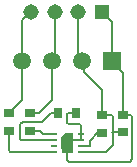
<source format=gbr>
G04*
G04 #@! TF.GenerationSoftware,Altium Limited,Altium Designer,25.0.2 (28)*
G04*
G04 Layer_Physical_Order=1*
G04 Layer_Color=255*
%FSLAX25Y25*%
%MOIN*%
G70*
G04*
G04 #@! TF.SameCoordinates,061776E8-EAF2-49E9-AD8A-D8C15C8D69D4*
G04*
G04*
G04 #@! TF.FilePolarity,Positive*
G04*
G01*
G75*
%ADD10C,0.00787*%
%ADD13R,0.02756X0.03543*%
%ADD14R,0.03543X0.03150*%
G04:AMPARAMS|DCode=15|XSize=21.65mil|YSize=9.84mil|CornerRadius=2.46mil|HoleSize=0mil|Usage=FLASHONLY|Rotation=0.000|XOffset=0mil|YOffset=0mil|HoleType=Round|Shape=RoundedRectangle|*
%AMROUNDEDRECTD15*
21,1,0.02165,0.00492,0,0,0.0*
21,1,0.01673,0.00984,0,0,0.0*
1,1,0.00492,0.00837,-0.00246*
1,1,0.00492,-0.00837,-0.00246*
1,1,0.00492,-0.00837,0.00246*
1,1,0.00492,0.00837,0.00246*
%
%ADD15ROUNDEDRECTD15*%
G04:AMPARAMS|DCode=16|XSize=21.65mil|YSize=9.84mil|CornerRadius=0.98mil|HoleSize=0mil|Usage=FLASHONLY|Rotation=0.000|XOffset=0mil|YOffset=0mil|HoleType=Round|Shape=RoundedRectangle|*
%AMROUNDEDRECTD16*
21,1,0.02165,0.00787,0,0,0.0*
21,1,0.01968,0.00984,0,0,0.0*
1,1,0.00197,0.00984,-0.00394*
1,1,0.00197,-0.00984,-0.00394*
1,1,0.00197,-0.00984,0.00394*
1,1,0.00197,0.00984,0.00394*
%
%ADD16ROUNDEDRECTD16*%
%ADD17R,0.03543X0.02756*%
%ADD25R,0.03937X0.03937*%
%ADD26R,0.05150X0.05150*%
%ADD27C,0.05150*%
%ADD28C,0.05906*%
%ADD29R,0.05906X0.05906*%
G36*
X26094Y6957D02*
X22158D01*
Y12468D01*
X23339Y13650D01*
X26094D01*
Y6957D01*
D02*
G37*
D10*
X28752Y11287D02*
Y16009D01*
X39000Y37500D02*
Y50700D01*
X35600Y54100D02*
X39000Y50700D01*
X27726Y40159D02*
Y54100D01*
Y40159D02*
X29000Y38885D01*
Y37500D02*
Y38885D01*
X19852Y38352D02*
Y54100D01*
X19000Y37500D02*
X19852Y38352D01*
X9000Y51122D02*
X11978Y54100D01*
X9000Y37500D02*
Y51122D01*
X42800Y19556D02*
Y33700D01*
X39000Y37500D02*
X42800Y33700D01*
X24100Y16932D02*
Y20256D01*
X45800Y4900D02*
Y19095D01*
X42800Y19556D02*
X45339D01*
X45800Y19095D01*
X44900Y4000D02*
X45800Y4900D01*
X24126Y4461D02*
X24587Y4000D01*
X44900D01*
X24126Y4461D02*
Y10303D01*
X24144Y20256D02*
X26906D01*
X28291Y16471D02*
X28752Y16009D01*
X35800Y19700D02*
X38636D01*
X35800D02*
Y27900D01*
X29000Y37500D02*
X29736Y36764D01*
Y33964D02*
Y36764D01*
Y33964D02*
X35800Y27900D01*
X34403Y13803D02*
X37000D01*
X34403D02*
X37000D01*
X34403D02*
X37000D01*
X39118Y14044D02*
X42800D01*
X24561Y16471D02*
X28291D01*
X24100Y16932D02*
X24561Y16471D01*
X8796Y11301D02*
X19486D01*
X8335Y11763D02*
X8796Y11301D01*
X8335Y11763D02*
Y16573D01*
X18556Y20256D02*
X21000D01*
X8335Y16573D02*
X9161Y17400D01*
X15700D01*
X18556Y20256D01*
X38636Y19700D02*
X38683Y19653D01*
X39144Y19192D01*
Y14044D02*
Y19192D01*
Y9494D02*
Y14044D01*
X37000Y7350D02*
X39144Y9494D01*
X4500Y7812D02*
Y14303D01*
Y7812D02*
X4961Y7350D01*
X19500D01*
X9000Y24709D02*
Y37500D01*
X4500Y20209D02*
X9000Y24709D01*
X25110Y11287D02*
X28752D01*
X24126Y10303D02*
X25110Y11287D01*
X28752Y7350D02*
X37000D01*
X28752Y9319D02*
X31600D01*
Y11000D01*
X34403Y13803D01*
X19000Y24609D02*
Y37500D01*
X14600Y20209D02*
X19000Y24609D01*
X11500Y20209D02*
X14600D01*
X15947Y13256D02*
X19500D01*
X14900Y14303D02*
X15947Y13256D01*
X11500Y14303D02*
X14900D01*
D13*
X21000Y20256D02*
D03*
X26906D02*
D03*
D14*
X42800Y14044D02*
D03*
Y19556D02*
D03*
D15*
X19500Y13256D02*
D03*
D16*
Y11287D02*
D03*
Y9319D02*
D03*
Y7350D02*
D03*
X28752Y13256D02*
D03*
Y11287D02*
D03*
Y9319D02*
D03*
Y7350D02*
D03*
D17*
X35800Y13747D02*
D03*
Y19653D02*
D03*
X4500Y14303D02*
D03*
Y20209D02*
D03*
X11500Y14303D02*
D03*
Y20209D02*
D03*
D25*
X24126Y10303D02*
D03*
D26*
X35600Y54100D02*
D03*
D27*
X27726D02*
D03*
X19852D02*
D03*
X11978D02*
D03*
D28*
X9000Y37500D02*
D03*
X19000D02*
D03*
X29000D02*
D03*
D29*
X39000D02*
D03*
M02*

</source>
